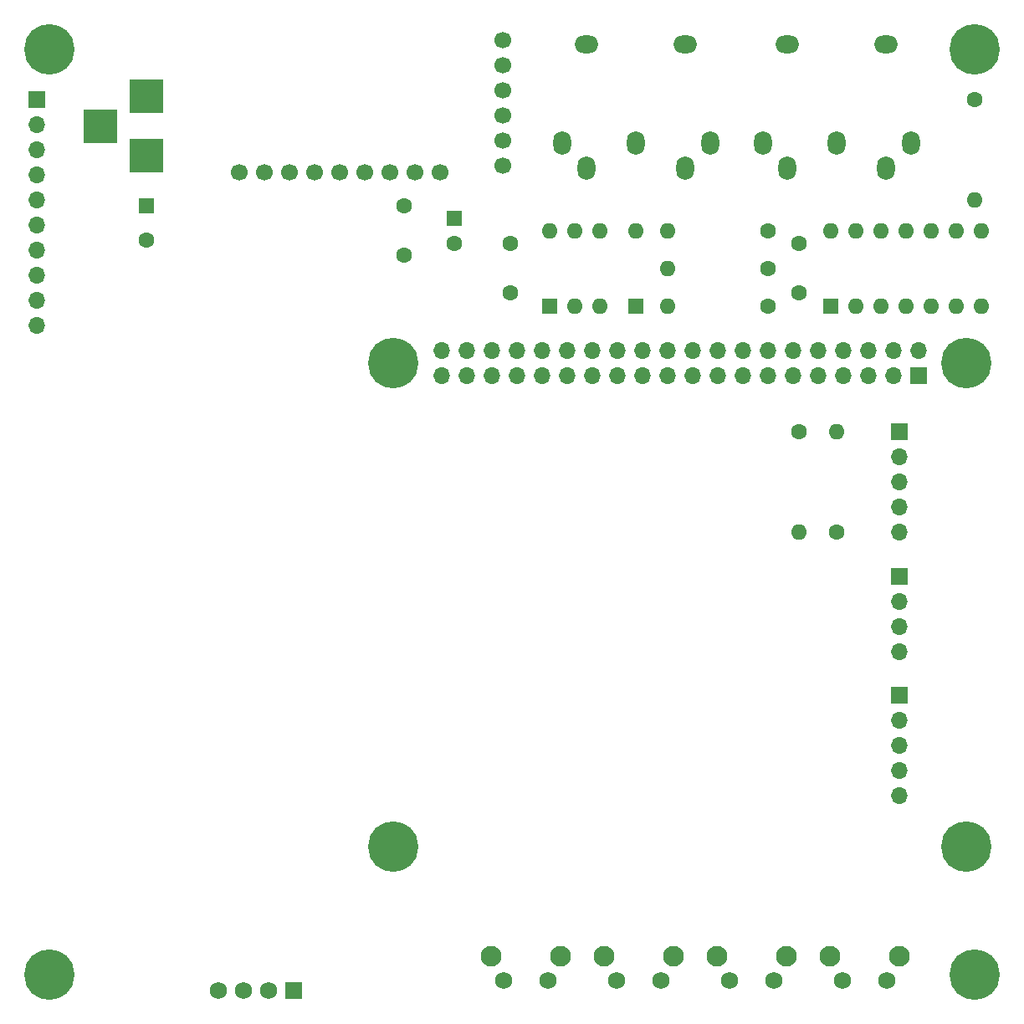
<source format=gts>
G04 #@! TF.GenerationSoftware,KiCad,Pcbnew,(5.1.8)-1*
G04 #@! TF.CreationDate,2022-01-25T00:32:34+01:00*
G04 #@! TF.ProjectId,BulkyMIDI-32 Module,42756c6b-794d-4494-9449-2d3332204d6f,rev?*
G04 #@! TF.SameCoordinates,Original*
G04 #@! TF.FileFunction,Soldermask,Top*
G04 #@! TF.FilePolarity,Negative*
%FSLAX46Y46*%
G04 Gerber Fmt 4.6, Leading zero omitted, Abs format (unit mm)*
G04 Created by KiCad (PCBNEW (5.1.8)-1) date 2022-01-25 00:32:34*
%MOMM*%
%LPD*%
G01*
G04 APERTURE LIST*
%ADD10O,1.800000X2.400000*%
%ADD11O,2.400000X1.800000*%
%ADD12O,1.700000X1.700000*%
%ADD13R,1.700000X1.700000*%
%ADD14C,1.727200*%
%ADD15R,1.727200X1.727200*%
%ADD16C,5.100000*%
%ADD17R,3.500000X3.500000*%
%ADD18C,1.700000*%
%ADD19C,1.600000*%
%ADD20R,1.600000X1.600000*%
%ADD21O,1.600000X1.600000*%
%ADD22C,2.100000*%
%ADD23C,1.750000*%
G04 APERTURE END LIST*
D10*
X132715000Y-67310000D03*
D11*
X127715000Y-57310000D03*
X137715000Y-57310000D03*
D10*
X125215000Y-67310000D03*
X140215000Y-67310000D03*
X127715000Y-69810000D03*
X137715000Y-69810000D03*
X153035000Y-67310000D03*
D11*
X148035000Y-57310000D03*
X158035000Y-57310000D03*
D10*
X145535000Y-67310000D03*
X160535000Y-67310000D03*
X148035000Y-69810000D03*
X158035000Y-69810000D03*
D12*
X72085000Y-85725000D03*
X72085000Y-83185000D03*
X72085000Y-80645000D03*
X72085000Y-78105000D03*
X72085000Y-75565000D03*
X72085000Y-73025000D03*
X72085000Y-70485000D03*
X72085000Y-67945000D03*
X72085000Y-65405000D03*
D13*
X72085000Y-62865000D03*
D14*
X90424000Y-153035000D03*
X92964000Y-153035000D03*
X95504000Y-153035000D03*
D15*
X98044000Y-153035000D03*
D12*
X156210000Y-88265000D03*
X158750000Y-90805000D03*
X143510000Y-90805000D03*
X143510000Y-88265000D03*
X158750000Y-88265000D03*
X156210000Y-90805000D03*
X161290000Y-88265000D03*
D13*
X161290000Y-90805000D03*
D12*
X133350000Y-90805000D03*
X133350000Y-88265000D03*
X148590000Y-90805000D03*
X148590000Y-88265000D03*
X128270000Y-90805000D03*
X128270000Y-88265000D03*
X146050000Y-90805000D03*
X146050000Y-88265000D03*
X151130000Y-90805000D03*
X151130000Y-88265000D03*
X138430000Y-90805000D03*
X138430000Y-88265000D03*
X115570000Y-90805000D03*
X115570000Y-88265000D03*
X120650000Y-90805000D03*
X120650000Y-88265000D03*
X118110000Y-90805000D03*
X118110000Y-88265000D03*
X140970000Y-90805000D03*
X140970000Y-88265000D03*
X123190000Y-90805000D03*
X123190000Y-88265000D03*
X153670000Y-90805000D03*
X153670000Y-88265000D03*
X125730000Y-90805000D03*
X125730000Y-88265000D03*
X135890000Y-90805000D03*
X135890000Y-88265000D03*
X130810000Y-90805000D03*
X130810000Y-88265000D03*
X113030000Y-90805000D03*
X113030000Y-88265000D03*
D16*
X166160000Y-89535000D03*
X108160000Y-138535000D03*
X166160000Y-138535000D03*
X108160000Y-89535000D03*
X73355000Y-151435000D03*
X167005000Y-151435000D03*
X167005000Y-57785000D03*
X73355000Y-57785000D03*
D17*
X78485000Y-65580000D03*
X83185000Y-62580000D03*
X83185000Y-68580000D03*
D18*
X112857000Y-70231000D03*
X110317000Y-70231000D03*
X107777000Y-70231000D03*
X105237000Y-70231000D03*
X102697000Y-70231000D03*
X100157000Y-70231000D03*
X97617000Y-70231000D03*
X95077000Y-70231000D03*
X92537000Y-70231000D03*
X119207000Y-69596000D03*
X119207000Y-67056000D03*
X119207000Y-64516000D03*
X119207000Y-61976000D03*
X119207000Y-59436000D03*
X119207000Y-56896000D03*
D19*
X120015000Y-82470000D03*
X120015000Y-77470000D03*
X109220000Y-73660000D03*
X109220000Y-78660000D03*
D20*
X114300000Y-74930000D03*
D19*
X114300000Y-77430000D03*
D20*
X83185000Y-73660000D03*
D19*
X83185000Y-77160000D03*
D20*
X132715000Y-83820000D03*
D21*
X132715000Y-76200000D03*
D13*
X159385000Y-111125000D03*
D12*
X159385000Y-113665000D03*
X159385000Y-116205000D03*
X159385000Y-118745000D03*
D21*
X167005000Y-73025000D03*
D19*
X167005000Y-62865000D03*
X146050000Y-76200000D03*
D21*
X135890000Y-76200000D03*
X135890000Y-80010000D03*
D19*
X146050000Y-80010000D03*
X146050000Y-83820000D03*
D21*
X135890000Y-83820000D03*
X149225000Y-106680000D03*
D19*
X149225000Y-96520000D03*
X153035000Y-106680000D03*
D21*
X153035000Y-96520000D03*
D22*
X129495000Y-149580000D03*
D23*
X130755000Y-152070000D03*
X135255000Y-152070000D03*
D22*
X136505000Y-149580000D03*
X140925000Y-149580000D03*
D23*
X142185000Y-152070000D03*
X146685000Y-152070000D03*
D22*
X147935000Y-149580000D03*
D20*
X152400000Y-83820000D03*
D21*
X167640000Y-76200000D03*
X154940000Y-83820000D03*
X165100000Y-76200000D03*
X157480000Y-83820000D03*
X162560000Y-76200000D03*
X160020000Y-83820000D03*
X160020000Y-76200000D03*
X162560000Y-83820000D03*
X157480000Y-76200000D03*
X165100000Y-83820000D03*
X154940000Y-76200000D03*
X167640000Y-83820000D03*
X152400000Y-76200000D03*
D20*
X123952000Y-83820000D03*
D21*
X129032000Y-76200000D03*
X126492000Y-83820000D03*
X126492000Y-76200000D03*
X129032000Y-83820000D03*
X123952000Y-76200000D03*
D22*
X118065000Y-149580000D03*
D23*
X119325000Y-152070000D03*
X123825000Y-152070000D03*
D22*
X125075000Y-149580000D03*
X152355000Y-149580000D03*
D23*
X153615000Y-152070000D03*
X158115000Y-152070000D03*
D22*
X159365000Y-149580000D03*
D13*
X159385000Y-123190000D03*
D12*
X159385000Y-125730000D03*
X159385000Y-128270000D03*
X159385000Y-130810000D03*
X159385000Y-133350000D03*
D19*
X149225000Y-77470000D03*
X149225000Y-82470000D03*
D13*
X159385000Y-96520000D03*
D12*
X159385000Y-99060000D03*
X159385000Y-101600000D03*
X159385000Y-104140000D03*
X159385000Y-106680000D03*
M02*

</source>
